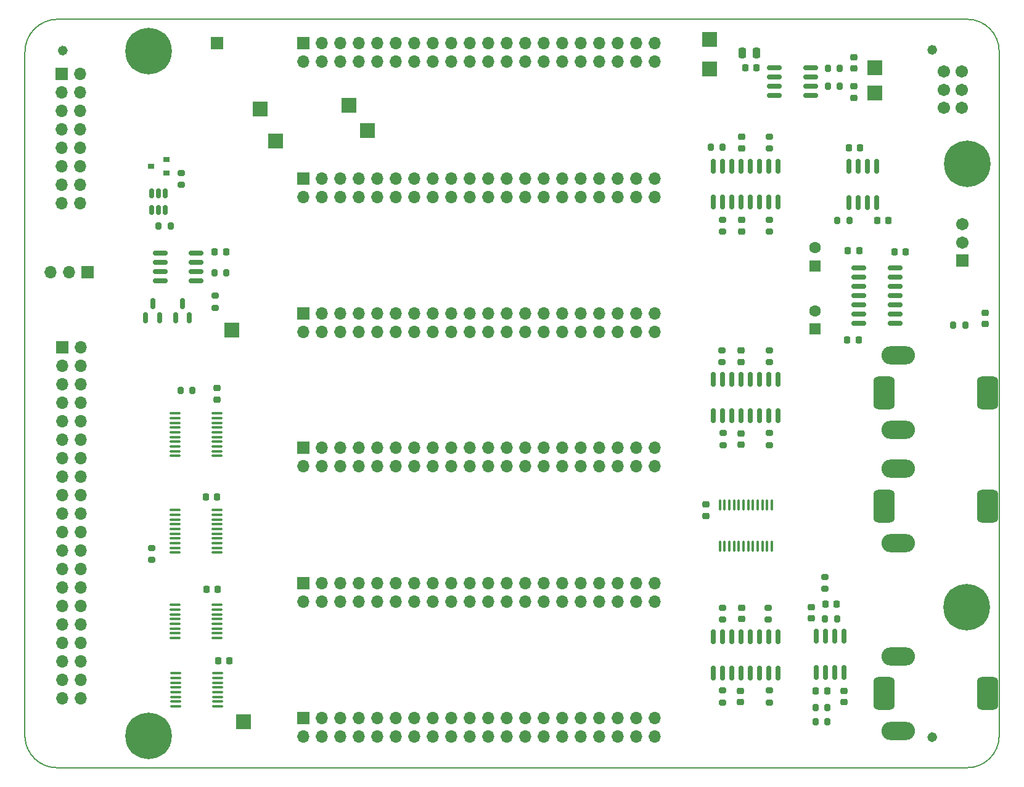
<source format=gbr>
G04 #@! TF.GenerationSoftware,KiCad,Pcbnew,7.0.11*
G04 #@! TF.CreationDate,2025-06-23T22:08:32-07:00*
G04 #@! TF.ProjectId,vca_backplane,7663615f-6261-4636-9b70-6c616e652e6b,0.3*
G04 #@! TF.SameCoordinates,Original*
G04 #@! TF.FileFunction,Soldermask,Top*
G04 #@! TF.FilePolarity,Negative*
%FSLAX46Y46*%
G04 Gerber Fmt 4.6, Leading zero omitted, Abs format (unit mm)*
G04 Created by KiCad (PCBNEW 7.0.11) date 2025-06-23 22:08:32*
%MOMM*%
%LPD*%
G01*
G04 APERTURE LIST*
G04 Aperture macros list*
%AMRoundRect*
0 Rectangle with rounded corners*
0 $1 Rounding radius*
0 $2 $3 $4 $5 $6 $7 $8 $9 X,Y pos of 4 corners*
0 Add a 4 corners polygon primitive as box body*
4,1,4,$2,$3,$4,$5,$6,$7,$8,$9,$2,$3,0*
0 Add four circle primitives for the rounded corners*
1,1,$1+$1,$2,$3*
1,1,$1+$1,$4,$5*
1,1,$1+$1,$6,$7*
1,1,$1+$1,$8,$9*
0 Add four rect primitives between the rounded corners*
20,1,$1+$1,$2,$3,$4,$5,0*
20,1,$1+$1,$4,$5,$6,$7,0*
20,1,$1+$1,$6,$7,$8,$9,0*
20,1,$1+$1,$8,$9,$2,$3,0*%
G04 Aperture macros list end*
%ADD10C,0.675000*%
%ADD11C,6.400000*%
%ADD12R,1.700000X1.700000*%
%ADD13O,1.700000X1.700000*%
%ADD14RoundRect,0.100000X0.100000X-0.637500X0.100000X0.637500X-0.100000X0.637500X-0.100000X-0.637500X0*%
%ADD15RoundRect,0.225000X0.250000X-0.225000X0.250000X0.225000X-0.250000X0.225000X-0.250000X-0.225000X0*%
%ADD16RoundRect,0.225000X-0.225000X-0.250000X0.225000X-0.250000X0.225000X0.250000X-0.225000X0.250000X0*%
%ADD17RoundRect,0.250000X-0.250000X-0.475000X0.250000X-0.475000X0.250000X0.475000X-0.250000X0.475000X0*%
%ADD18RoundRect,0.725000X0.725000X-1.575000X0.725000X1.575000X-0.725000X1.575000X-0.725000X-1.575000X0*%
%ADD19O,4.600000X2.500000*%
%ADD20RoundRect,0.200000X0.275000X-0.200000X0.275000X0.200000X-0.275000X0.200000X-0.275000X-0.200000X0*%
%ADD21RoundRect,0.200000X-0.275000X0.200000X-0.275000X-0.200000X0.275000X-0.200000X0.275000X0.200000X0*%
%ADD22RoundRect,0.200000X0.200000X0.275000X-0.200000X0.275000X-0.200000X-0.275000X0.200000X-0.275000X0*%
%ADD23RoundRect,0.150000X0.150000X-0.825000X0.150000X0.825000X-0.150000X0.825000X-0.150000X-0.825000X0*%
%ADD24RoundRect,0.150000X-0.825000X-0.150000X0.825000X-0.150000X0.825000X0.150000X-0.825000X0.150000X0*%
%ADD25RoundRect,0.100000X-0.637500X-0.100000X0.637500X-0.100000X0.637500X0.100000X-0.637500X0.100000X0*%
%ADD26RoundRect,0.225000X0.225000X0.250000X-0.225000X0.250000X-0.225000X-0.250000X0.225000X-0.250000X0*%
%ADD27RoundRect,0.225000X-0.250000X0.225000X-0.250000X-0.225000X0.250000X-0.225000X0.250000X0.225000X0*%
%ADD28RoundRect,0.150000X0.150000X-0.587500X0.150000X0.587500X-0.150000X0.587500X-0.150000X-0.587500X0*%
%ADD29RoundRect,0.200000X-0.200000X-0.275000X0.200000X-0.275000X0.200000X0.275000X-0.200000X0.275000X0*%
%ADD30C,1.712000*%
%ADD31R,2.000000X2.000000*%
%ADD32RoundRect,0.218750X0.256250X-0.218750X0.256250X0.218750X-0.256250X0.218750X-0.256250X-0.218750X0*%
%ADD33RoundRect,0.150000X0.150000X-0.512500X0.150000X0.512500X-0.150000X0.512500X-0.150000X-0.512500X0*%
%ADD34R,0.950000X0.800000*%
%ADD35RoundRect,0.150000X0.825000X0.150000X-0.825000X0.150000X-0.825000X-0.150000X0.825000X-0.150000X0*%
%ADD36R,1.600000X1.600000*%
%ADD37C,1.600000*%
%ADD38RoundRect,0.102000X0.754000X-0.754000X0.754000X0.754000X-0.754000X0.754000X-0.754000X-0.754000X0*%
G04 #@! TA.AperFunction,Profile*
%ADD39C,0.150000*%
G04 #@! TD*
G04 #@! TA.AperFunction,Profile*
%ADD40C,0.050000*%
G04 #@! TD*
G04 APERTURE END LIST*
D10*
X44337500Y-44700000D02*
G75*
G03*
X43662500Y-44700000I-337500J0D01*
G01*
X43662500Y-44700000D02*
G75*
G03*
X44337500Y-44700000I337500J0D01*
G01*
X163737500Y-44600000D02*
G75*
G03*
X163062500Y-44600000I-337500J0D01*
G01*
X163062500Y-44600000D02*
G75*
G03*
X163737500Y-44600000I337500J0D01*
G01*
X163737500Y-139100000D02*
G75*
G03*
X163062500Y-139100000I-337500J0D01*
G01*
X163062500Y-139100000D02*
G75*
G03*
X163737500Y-139100000I337500J0D01*
G01*
D11*
X55800000Y-44800000D03*
D12*
X77000000Y-62300000D03*
D13*
X77000000Y-64840000D03*
X79540000Y-62300000D03*
X79540000Y-64840000D03*
X82080000Y-62300000D03*
X82080000Y-64840000D03*
X84620000Y-62300000D03*
X84620000Y-64840000D03*
X87160000Y-62300000D03*
X87160000Y-64840000D03*
X89700000Y-62300000D03*
X89700000Y-64840000D03*
X92240000Y-62300000D03*
X92240000Y-64840000D03*
X94780000Y-62300000D03*
X94780000Y-64840000D03*
X97320000Y-62300000D03*
X97320000Y-64840000D03*
X99860000Y-62300000D03*
X99860000Y-64840000D03*
X102400000Y-62300000D03*
X102400000Y-64840000D03*
X104940000Y-62300000D03*
X104940000Y-64840000D03*
X107480000Y-62300000D03*
X107480000Y-64840000D03*
X110020000Y-62300000D03*
X110020000Y-64840000D03*
X112560000Y-62300000D03*
X112560000Y-64840000D03*
X115100000Y-62300000D03*
X115100000Y-64840000D03*
X117640000Y-62300000D03*
X117640000Y-64840000D03*
X120180000Y-62300000D03*
X120180000Y-64840000D03*
X122720000Y-62300000D03*
X122720000Y-64840000D03*
X125260000Y-62300000D03*
X125260000Y-64840000D03*
D12*
X77000000Y-80840000D03*
D13*
X77000000Y-83380000D03*
X79540000Y-80840000D03*
X79540000Y-83380000D03*
X82080000Y-80840000D03*
X82080000Y-83380000D03*
X84620000Y-80840000D03*
X84620000Y-83380000D03*
X87160000Y-80840000D03*
X87160000Y-83380000D03*
X89700000Y-80840000D03*
X89700000Y-83380000D03*
X92240000Y-80840000D03*
X92240000Y-83380000D03*
X94780000Y-80840000D03*
X94780000Y-83380000D03*
X97320000Y-80840000D03*
X97320000Y-83380000D03*
X99860000Y-80840000D03*
X99860000Y-83380000D03*
X102400000Y-80840000D03*
X102400000Y-83380000D03*
X104940000Y-80840000D03*
X104940000Y-83380000D03*
X107480000Y-80840000D03*
X107480000Y-83380000D03*
X110020000Y-80840000D03*
X110020000Y-83380000D03*
X112560000Y-80840000D03*
X112560000Y-83380000D03*
X115100000Y-80840000D03*
X115100000Y-83380000D03*
X117640000Y-80840000D03*
X117640000Y-83380000D03*
X120180000Y-80840000D03*
X120180000Y-83380000D03*
X122720000Y-80840000D03*
X122720000Y-83380000D03*
X125260000Y-80840000D03*
X125260000Y-83380000D03*
D12*
X77000000Y-117960000D03*
D13*
X77000000Y-120500000D03*
X79540000Y-117960000D03*
X79540000Y-120500000D03*
X82080000Y-117960000D03*
X82080000Y-120500000D03*
X84620000Y-117960000D03*
X84620000Y-120500000D03*
X87160000Y-117960000D03*
X87160000Y-120500000D03*
X89700000Y-117960000D03*
X89700000Y-120500000D03*
X92240000Y-117960000D03*
X92240000Y-120500000D03*
X94780000Y-117960000D03*
X94780000Y-120500000D03*
X97320000Y-117960000D03*
X97320000Y-120500000D03*
X99860000Y-117960000D03*
X99860000Y-120500000D03*
X102400000Y-117960000D03*
X102400000Y-120500000D03*
X104940000Y-117960000D03*
X104940000Y-120500000D03*
X107480000Y-117960000D03*
X107480000Y-120500000D03*
X110020000Y-117960000D03*
X110020000Y-120500000D03*
X112560000Y-117960000D03*
X112560000Y-120500000D03*
X115100000Y-117960000D03*
X115100000Y-120500000D03*
X117640000Y-117960000D03*
X117640000Y-120500000D03*
X120180000Y-117960000D03*
X120180000Y-120500000D03*
X122720000Y-117960000D03*
X122720000Y-120500000D03*
X125260000Y-117960000D03*
X125260000Y-120500000D03*
D14*
X134225000Y-112862500D03*
X134875000Y-112862500D03*
X135525000Y-112862500D03*
X136175000Y-112862500D03*
X136825000Y-112862500D03*
X137475000Y-112862500D03*
X138125000Y-112862500D03*
X138775000Y-112862500D03*
X139425000Y-112862500D03*
X140075000Y-112862500D03*
X140725000Y-112862500D03*
X141375000Y-112862500D03*
X141375000Y-107137500D03*
X140725000Y-107137500D03*
X140075000Y-107137500D03*
X139425000Y-107137500D03*
X138775000Y-107137500D03*
X138125000Y-107137500D03*
X137475000Y-107137500D03*
X136825000Y-107137500D03*
X136175000Y-107137500D03*
X135525000Y-107137500D03*
X134875000Y-107137500D03*
X134225000Y-107137500D03*
D15*
X132300000Y-108675000D03*
X132300000Y-107125000D03*
D16*
X137725000Y-47100000D03*
X139275000Y-47100000D03*
D17*
X137350000Y-45000000D03*
X139250000Y-45000000D03*
D15*
X137235000Y-69550000D03*
X137235000Y-68000000D03*
X137235000Y-58125000D03*
X137235000Y-56575000D03*
X137105000Y-98900000D03*
X137105000Y-97350000D03*
X137105000Y-87500000D03*
X137105000Y-85950000D03*
X137100000Y-134275000D03*
X137100000Y-132725000D03*
X137200000Y-122875000D03*
X137200000Y-121325000D03*
D18*
X170970000Y-107325000D03*
D19*
X158720000Y-112425000D03*
D18*
X156770000Y-107325000D03*
D19*
X158720000Y-102175000D03*
D18*
X170970000Y-91725000D03*
D19*
X158720000Y-96825000D03*
D18*
X156770000Y-91725000D03*
D19*
X158720000Y-86575000D03*
D20*
X141000000Y-87550000D03*
X141000000Y-85900000D03*
D21*
X134705000Y-97300000D03*
X134705000Y-98950000D03*
D22*
X149025000Y-137000000D03*
X147375000Y-137000000D03*
D21*
X148700000Y-117075000D03*
X148700000Y-118725000D03*
D20*
X134505000Y-87550000D03*
X134505000Y-85900000D03*
D21*
X141000000Y-97300000D03*
X141000000Y-98950000D03*
D23*
X133355000Y-65550000D03*
X134625000Y-65550000D03*
X135895000Y-65550000D03*
X137165000Y-65550000D03*
X138435000Y-65550000D03*
X139705000Y-65550000D03*
X140975000Y-65550000D03*
X142245000Y-65550000D03*
X142245000Y-60600000D03*
X140975000Y-60600000D03*
X139705000Y-60600000D03*
X138435000Y-60600000D03*
X137165000Y-60600000D03*
X135895000Y-60600000D03*
X134625000Y-60600000D03*
X133355000Y-60600000D03*
D24*
X141725000Y-47095000D03*
X141725000Y-48365000D03*
X141725000Y-49635000D03*
X141725000Y-50905000D03*
X146675000Y-50905000D03*
X146675000Y-49635000D03*
X146675000Y-48365000D03*
X146675000Y-47095000D03*
D25*
X59425000Y-120925000D03*
X59425000Y-121575000D03*
X59425000Y-122225000D03*
X59425000Y-122875000D03*
X59425000Y-123525000D03*
X59425000Y-124175000D03*
X59425000Y-124825000D03*
X59425000Y-125475000D03*
X65150000Y-125475000D03*
X65150000Y-124825000D03*
X65150000Y-124175000D03*
X65150000Y-123525000D03*
X65150000Y-122875000D03*
X65150000Y-122225000D03*
X65150000Y-121575000D03*
X65150000Y-120925000D03*
X59425000Y-107875000D03*
X59425000Y-108525000D03*
X59425000Y-109175000D03*
X59425000Y-109825000D03*
X59425000Y-110475000D03*
X59425000Y-111125000D03*
X59425000Y-111775000D03*
X59425000Y-112425000D03*
X59425000Y-113075000D03*
X59425000Y-113725000D03*
X65150000Y-113725000D03*
X65150000Y-113075000D03*
X65150000Y-112425000D03*
X65150000Y-111775000D03*
X65150000Y-111125000D03*
X65150000Y-110475000D03*
X65150000Y-109825000D03*
X65150000Y-109175000D03*
X65150000Y-108525000D03*
X65150000Y-107875000D03*
D21*
X60300000Y-61525000D03*
X60300000Y-63175000D03*
D26*
X66875000Y-128600000D03*
X65325000Y-128600000D03*
D16*
X63625000Y-106100000D03*
X65175000Y-106100000D03*
D27*
X65200000Y-91125000D03*
X65200000Y-92675000D03*
D12*
X43925000Y-85475000D03*
D13*
X46465000Y-85475000D03*
X43925000Y-88015000D03*
X46465000Y-88015000D03*
X43925000Y-90555000D03*
X46465000Y-90555000D03*
X43925000Y-93095000D03*
X46465000Y-93095000D03*
X43925000Y-95635000D03*
X46465000Y-95635000D03*
X43925000Y-98175000D03*
X46465000Y-98175000D03*
X43925000Y-100715000D03*
X46465000Y-100715000D03*
X43925000Y-103255000D03*
X46465000Y-103255000D03*
X43925000Y-105795000D03*
X46465000Y-105795000D03*
X43925000Y-108335000D03*
X46465000Y-108335000D03*
X43925000Y-110875000D03*
X46465000Y-110875000D03*
X43925000Y-113415000D03*
X46465000Y-113415000D03*
X43925000Y-115955000D03*
X46465000Y-115955000D03*
X43925000Y-118495000D03*
X46465000Y-118495000D03*
X43925000Y-121035000D03*
X46465000Y-121035000D03*
X43925000Y-123575000D03*
X46465000Y-123575000D03*
X43925000Y-126115000D03*
X46465000Y-126115000D03*
X43925000Y-128655000D03*
X46465000Y-128655000D03*
X43925000Y-131195000D03*
X46465000Y-131195000D03*
X43925000Y-133735000D03*
X46465000Y-133735000D03*
D26*
X66410000Y-72400000D03*
X64860000Y-72400000D03*
D16*
X63725000Y-118800000D03*
X65275000Y-118800000D03*
D28*
X59485000Y-81402500D03*
X61385000Y-81402500D03*
X60435000Y-79527500D03*
X55385000Y-81402500D03*
X57285000Y-81402500D03*
X56335000Y-79527500D03*
D20*
X64912500Y-80050000D03*
X64912500Y-78400000D03*
D24*
X57360000Y-72560000D03*
X57360000Y-73830000D03*
X57360000Y-75100000D03*
X57360000Y-76370000D03*
X62310000Y-76370000D03*
X62310000Y-75100000D03*
X62310000Y-73830000D03*
X62310000Y-72560000D03*
D25*
X59525000Y-130325000D03*
X59525000Y-130975000D03*
X59525000Y-131625000D03*
X59525000Y-132275000D03*
X59525000Y-132925000D03*
X59525000Y-133575000D03*
X59525000Y-134225000D03*
X59525000Y-134875000D03*
X65250000Y-134875000D03*
X65250000Y-134225000D03*
X65250000Y-133575000D03*
X65250000Y-132925000D03*
X65250000Y-132275000D03*
X65250000Y-131625000D03*
X65250000Y-130975000D03*
X65250000Y-130325000D03*
X59425000Y-94575000D03*
X59425000Y-95225000D03*
X59425000Y-95875000D03*
X59425000Y-96525000D03*
X59425000Y-97175000D03*
X59425000Y-97825000D03*
X59425000Y-98475000D03*
X59425000Y-99125000D03*
X59425000Y-99775000D03*
X59425000Y-100425000D03*
X65150000Y-100425000D03*
X65150000Y-99775000D03*
X65150000Y-99125000D03*
X65150000Y-98475000D03*
X65150000Y-97825000D03*
X65150000Y-97175000D03*
X65150000Y-96525000D03*
X65150000Y-95875000D03*
X65150000Y-95225000D03*
X65150000Y-94575000D03*
D22*
X150725000Y-47150000D03*
X149075000Y-47150000D03*
X150725000Y-49600000D03*
X149075000Y-49600000D03*
D15*
X152600000Y-47175000D03*
X152600000Y-45625000D03*
X152600000Y-51175000D03*
X152600000Y-49625000D03*
D23*
X147490000Y-130200000D03*
X148760000Y-130200000D03*
X150030000Y-130200000D03*
X151300000Y-130200000D03*
X151300000Y-125250000D03*
X150030000Y-125250000D03*
X148760000Y-125250000D03*
X147490000Y-125250000D03*
D26*
X148970000Y-132725000D03*
X147420000Y-132725000D03*
X153475000Y-58100000D03*
X151925000Y-58100000D03*
D27*
X151300000Y-132725000D03*
X151300000Y-134275000D03*
D15*
X146800000Y-122775000D03*
X146800000Y-121225000D03*
D29*
X147370000Y-135000000D03*
X149020000Y-135000000D03*
D22*
X134625000Y-58000000D03*
X132975000Y-58000000D03*
D26*
X150275000Y-120800000D03*
X148725000Y-120800000D03*
D29*
X148675000Y-122800000D03*
X150325000Y-122800000D03*
D11*
X55800000Y-138900000D03*
X168100000Y-121200000D03*
X168200000Y-60300000D03*
D22*
X66460000Y-75265000D03*
X64810000Y-75265000D03*
D21*
X134600000Y-132675000D03*
X134600000Y-134325000D03*
D30*
X164962500Y-52600000D03*
X164962500Y-50100000D03*
X164962500Y-47600000D03*
X167462500Y-52600000D03*
X167462500Y-50100000D03*
X167462500Y-47600000D03*
D21*
X141000000Y-67975000D03*
X141000000Y-69625000D03*
D22*
X152025000Y-68100000D03*
X150375000Y-68100000D03*
D21*
X134600000Y-67950000D03*
X134600000Y-69600000D03*
D23*
X133355000Y-130275000D03*
X134625000Y-130275000D03*
X135895000Y-130275000D03*
X137165000Y-130275000D03*
X138435000Y-130275000D03*
X139705000Y-130275000D03*
X140975000Y-130275000D03*
X142245000Y-130275000D03*
X142245000Y-125325000D03*
X140975000Y-125325000D03*
X139705000Y-125325000D03*
X138435000Y-125325000D03*
X137165000Y-125325000D03*
X135895000Y-125325000D03*
X134625000Y-125325000D03*
X133355000Y-125325000D03*
D20*
X141035000Y-58175000D03*
X141035000Y-56525000D03*
X140900000Y-122925000D03*
X140900000Y-121275000D03*
D23*
X151995000Y-65575000D03*
X153265000Y-65575000D03*
X154535000Y-65575000D03*
X155805000Y-65575000D03*
X155805000Y-60625000D03*
X154535000Y-60625000D03*
X153265000Y-60625000D03*
X151995000Y-60625000D03*
D31*
X132800000Y-47200000D03*
X85800000Y-55700000D03*
X83300000Y-52200000D03*
X67200000Y-83100000D03*
D12*
X65200000Y-43700000D03*
D31*
X71100000Y-52700000D03*
X73200000Y-57100000D03*
X68800000Y-137000000D03*
X155500000Y-47100000D03*
X155500000Y-50505000D03*
D32*
X170700000Y-82300000D03*
X170700000Y-80725000D03*
D22*
X167925000Y-82425000D03*
X166275000Y-82425000D03*
D29*
X57150000Y-68825000D03*
X58800000Y-68825000D03*
D12*
X77000000Y-99280000D03*
D13*
X77000000Y-101820000D03*
X79540000Y-99280000D03*
X79540000Y-101820000D03*
X82080000Y-99280000D03*
X82080000Y-101820000D03*
X84620000Y-99280000D03*
X84620000Y-101820000D03*
X87160000Y-99280000D03*
X87160000Y-101820000D03*
X89700000Y-99280000D03*
X89700000Y-101820000D03*
X92240000Y-99280000D03*
X92240000Y-101820000D03*
X94780000Y-99280000D03*
X94780000Y-101820000D03*
X97320000Y-99280000D03*
X97320000Y-101820000D03*
X99860000Y-99280000D03*
X99860000Y-101820000D03*
X102400000Y-99280000D03*
X102400000Y-101820000D03*
X104940000Y-99280000D03*
X104940000Y-101820000D03*
X107480000Y-99280000D03*
X107480000Y-101820000D03*
X110020000Y-99280000D03*
X110020000Y-101820000D03*
X112560000Y-99280000D03*
X112560000Y-101820000D03*
X115100000Y-99280000D03*
X115100000Y-101820000D03*
X117640000Y-99280000D03*
X117640000Y-101820000D03*
X120180000Y-99280000D03*
X120180000Y-101820000D03*
X122720000Y-99280000D03*
X122720000Y-101820000D03*
X125260000Y-99280000D03*
X125260000Y-101820000D03*
D12*
X77000000Y-43660000D03*
D13*
X77000000Y-46200000D03*
X79540000Y-43660000D03*
X79540000Y-46200000D03*
X82080000Y-43660000D03*
X82080000Y-46200000D03*
X84620000Y-43660000D03*
X84620000Y-46200000D03*
X87160000Y-43660000D03*
X87160000Y-46200000D03*
X89700000Y-43660000D03*
X89700000Y-46200000D03*
X92240000Y-43660000D03*
X92240000Y-46200000D03*
X94780000Y-43660000D03*
X94780000Y-46200000D03*
X97320000Y-43660000D03*
X97320000Y-46200000D03*
X99860000Y-43660000D03*
X99860000Y-46200000D03*
X102400000Y-43660000D03*
X102400000Y-46200000D03*
X104940000Y-43660000D03*
X104940000Y-46200000D03*
X107480000Y-43660000D03*
X107480000Y-46200000D03*
X110020000Y-43660000D03*
X110020000Y-46200000D03*
X112560000Y-43660000D03*
X112560000Y-46200000D03*
X115100000Y-43660000D03*
X115100000Y-46200000D03*
X117640000Y-43660000D03*
X117640000Y-46200000D03*
X120180000Y-43660000D03*
X120180000Y-46200000D03*
X122720000Y-43660000D03*
X122720000Y-46200000D03*
X125260000Y-43660000D03*
X125260000Y-46200000D03*
D12*
X43860000Y-47920000D03*
D13*
X46400000Y-47920000D03*
X43860000Y-50460000D03*
X46400000Y-50460000D03*
X43860000Y-53000000D03*
X46400000Y-53000000D03*
X43860000Y-55540000D03*
X46400000Y-55540000D03*
X43860000Y-58080000D03*
X46400000Y-58080000D03*
X43860000Y-60620000D03*
X46400000Y-60620000D03*
X43860000Y-63160000D03*
X46400000Y-63160000D03*
X43860000Y-65700000D03*
X46400000Y-65700000D03*
D31*
X132800000Y-43200000D03*
D12*
X77000000Y-136500000D03*
D13*
X77000000Y-139040000D03*
X79540000Y-136500000D03*
X79540000Y-139040000D03*
X82080000Y-136500000D03*
X82080000Y-139040000D03*
X84620000Y-136500000D03*
X84620000Y-139040000D03*
X87160000Y-136500000D03*
X87160000Y-139040000D03*
X89700000Y-136500000D03*
X89700000Y-139040000D03*
X92240000Y-136500000D03*
X92240000Y-139040000D03*
X94780000Y-136500000D03*
X94780000Y-139040000D03*
X97320000Y-136500000D03*
X97320000Y-139040000D03*
X99860000Y-136500000D03*
X99860000Y-139040000D03*
X102400000Y-136500000D03*
X102400000Y-139040000D03*
X104940000Y-136500000D03*
X104940000Y-139040000D03*
X107480000Y-136500000D03*
X107480000Y-139040000D03*
X110020000Y-136500000D03*
X110020000Y-139040000D03*
X112560000Y-136500000D03*
X112560000Y-139040000D03*
X115100000Y-136500000D03*
X115100000Y-139040000D03*
X117640000Y-136500000D03*
X117640000Y-139040000D03*
X120180000Y-136500000D03*
X120180000Y-139040000D03*
X122720000Y-136500000D03*
X122720000Y-139040000D03*
X125260000Y-136500000D03*
X125260000Y-139040000D03*
D33*
X56175000Y-66600000D03*
X57125000Y-66600000D03*
X58075000Y-66600000D03*
X58075000Y-64325000D03*
X57125000Y-64325000D03*
X56175000Y-64325000D03*
D34*
X58200000Y-61550000D03*
X58200000Y-59650000D03*
X56150000Y-60600000D03*
D22*
X61825000Y-91400000D03*
X60175000Y-91400000D03*
D26*
X153275000Y-84500000D03*
X151725000Y-84500000D03*
D12*
X47400000Y-75200000D03*
D13*
X44860000Y-75200000D03*
X42320000Y-75200000D03*
D23*
X133355000Y-94875000D03*
X134625000Y-94875000D03*
X135895000Y-94875000D03*
X137165000Y-94875000D03*
X138435000Y-94875000D03*
X139705000Y-94875000D03*
X140975000Y-94875000D03*
X142245000Y-94875000D03*
X142245000Y-89925000D03*
X140975000Y-89925000D03*
X139705000Y-89925000D03*
X138435000Y-89925000D03*
X137165000Y-89925000D03*
X135895000Y-89925000D03*
X134625000Y-89925000D03*
X133355000Y-89925000D03*
D35*
X158275000Y-82210000D03*
X158275000Y-80940000D03*
X158275000Y-79670000D03*
X158275000Y-78400000D03*
X158275000Y-77130000D03*
X158275000Y-75860000D03*
X158275000Y-74590000D03*
X153325000Y-74590000D03*
X153325000Y-75860000D03*
X153325000Y-77130000D03*
X153325000Y-78400000D03*
X153325000Y-79670000D03*
X153325000Y-80940000D03*
X153325000Y-82210000D03*
D20*
X134600000Y-122925000D03*
X134600000Y-121275000D03*
D36*
X147300000Y-83000000D03*
D37*
X147300000Y-80500000D03*
D16*
X151825000Y-72200000D03*
X153375000Y-72200000D03*
X158225000Y-72400000D03*
X159775000Y-72400000D03*
D26*
X157375000Y-68100000D03*
X155825000Y-68100000D03*
D20*
X56200000Y-114750000D03*
X56200000Y-113100000D03*
D38*
X167500000Y-73600000D03*
D30*
X167500000Y-71100000D03*
X167500000Y-68600000D03*
D18*
X170970000Y-133125000D03*
D19*
X158720000Y-138225000D03*
D18*
X156770000Y-133125000D03*
D19*
X158720000Y-127975000D03*
D36*
X147300000Y-74282380D03*
D37*
X147300000Y-71782380D03*
D21*
X141000000Y-132675000D03*
X141000000Y-134325000D03*
D39*
X168100002Y-143299999D02*
X43200000Y-143300000D01*
D40*
X44576000Y-44700000D02*
G75*
G03*
X43424000Y-44700000I-576000J0D01*
G01*
X43424000Y-44700000D02*
G75*
G03*
X44576000Y-44700000I576000J0D01*
G01*
X163976000Y-44600000D02*
G75*
G03*
X162824000Y-44600000I-576000J0D01*
G01*
X162824000Y-44600000D02*
G75*
G03*
X163976000Y-44600000I576000J0D01*
G01*
D39*
X43200000Y-40395460D02*
G75*
G03*
X38798889Y-44895457I100000J-4500000D01*
G01*
X43200000Y-40400000D02*
X168200000Y-40400000D01*
D40*
X163976000Y-139100000D02*
G75*
G03*
X162824000Y-139100000I-576000J0D01*
G01*
X162824000Y-139100000D02*
G75*
G03*
X163976000Y-139100000I576000J0D01*
G01*
D39*
X38800000Y-139095457D02*
X38798889Y-44895457D01*
X172600000Y-44800000D02*
X172601135Y-138899999D01*
X168100002Y-143299999D02*
G75*
G03*
X172601135Y-138899999I99998J4399999D01*
G01*
X172600000Y-44800000D02*
G75*
G03*
X168200000Y-40400000I-4400000J0D01*
G01*
X38800041Y-139095455D02*
G75*
G03*
X43200000Y-143300000I4399959J199955D01*
G01*
M02*

</source>
